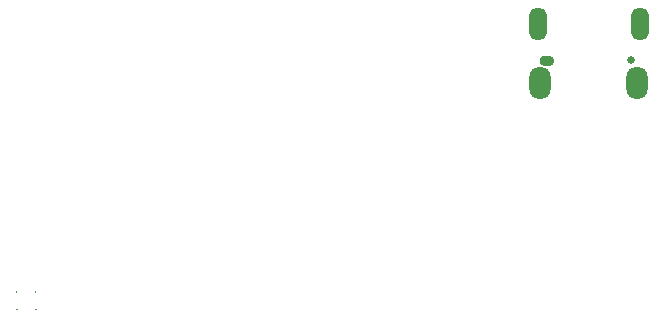
<source format=gbr>
%TF.GenerationSoftware,KiCad,Pcbnew,7.0.2*%
%TF.CreationDate,2024-06-02T17:27:24+02:00*%
%TF.ProjectId,Podgrzewacz,506f6467-727a-4657-9761-637a2e6b6963,rev?*%
%TF.SameCoordinates,Original*%
%TF.FileFunction,Soldermask,Bot*%
%TF.FilePolarity,Negative*%
%FSLAX46Y46*%
G04 Gerber Fmt 4.6, Leading zero omitted, Abs format (unit mm)*
G04 Created by KiCad (PCBNEW 7.0.2) date 2024-06-02 17:27:24*
%MOMM*%
%LPD*%
G01*
G04 APERTURE LIST*
%ADD10C,0.150000*%
%ADD11C,0.010000*%
%ADD12C,0.630000*%
%ADD13C,0.530000*%
%ADD14O,1.504000X2.804000*%
%ADD15O,1.804000X2.804000*%
G04 APERTURE END LIST*
D10*
X108200001Y-84500000D02*
G75*
G03*
X108200001Y-84500000I-1J0D01*
G01*
X109800001Y-86000000D02*
G75*
G03*
X109800001Y-86000000I-1J0D01*
G01*
X109800001Y-84500000D02*
G75*
G03*
X109800001Y-84500000I-1J0D01*
G01*
X108200001Y-86000000D02*
G75*
G03*
X108200001Y-86000000I-1J0D01*
G01*
%TO.C,J1*%
D11*
X153239000Y-64551000D02*
X153259000Y-64552000D01*
X153278000Y-64555000D01*
X153297000Y-64558000D01*
X153316000Y-64563000D01*
X153334000Y-64568000D01*
X153353000Y-64575000D01*
X153370000Y-64582000D01*
X153388000Y-64590000D01*
X153405000Y-64600000D01*
X153422000Y-64610000D01*
X153437000Y-64621000D01*
X153453000Y-64632000D01*
X153468000Y-64645000D01*
X153482000Y-64658000D01*
X153495000Y-64672000D01*
X153508000Y-64687000D01*
X153519000Y-64703000D01*
X153530000Y-64718000D01*
X153540000Y-64735000D01*
X153550000Y-64752000D01*
X153558000Y-64770000D01*
X153565000Y-64787000D01*
X153572000Y-64806000D01*
X153577000Y-64824000D01*
X153582000Y-64843000D01*
X153585000Y-64862000D01*
X153588000Y-64881000D01*
X153589000Y-64901000D01*
X153590000Y-64920000D01*
X153590000Y-64939000D01*
X153588000Y-64958000D01*
X153586000Y-64976000D01*
X153582000Y-64995000D01*
X153578000Y-65013000D01*
X153572000Y-65031000D01*
X153566000Y-65049000D01*
X153559000Y-65066000D01*
X153551000Y-65083000D01*
X153542000Y-65100000D01*
X153532000Y-65116000D01*
X153521000Y-65132000D01*
X153510000Y-65147000D01*
X153498000Y-65161000D01*
X153485000Y-65175000D01*
X153471000Y-65188000D01*
X153457000Y-65200000D01*
X153442000Y-65211000D01*
X153426000Y-65222000D01*
X153410000Y-65232000D01*
X153393000Y-65241000D01*
X153376000Y-65249000D01*
X153359000Y-65256000D01*
X153341000Y-65262000D01*
X153323000Y-65268000D01*
X153305000Y-65272000D01*
X153286000Y-65276000D01*
X153268000Y-65278000D01*
X153249000Y-65280000D01*
X153230000Y-65280000D01*
X152850000Y-65280000D01*
X152831000Y-65279000D01*
X152811000Y-65278000D01*
X152792000Y-65275000D01*
X152773000Y-65272000D01*
X152754000Y-65267000D01*
X152736000Y-65262000D01*
X152717000Y-65255000D01*
X152700000Y-65248000D01*
X152682000Y-65240000D01*
X152665000Y-65230000D01*
X152648000Y-65220000D01*
X152633000Y-65209000D01*
X152617000Y-65198000D01*
X152602000Y-65185000D01*
X152588000Y-65172000D01*
X152575000Y-65158000D01*
X152562000Y-65143000D01*
X152551000Y-65127000D01*
X152540000Y-65112000D01*
X152530000Y-65095000D01*
X152520000Y-65078000D01*
X152512000Y-65060000D01*
X152505000Y-65043000D01*
X152498000Y-65024000D01*
X152493000Y-65006000D01*
X152488000Y-64987000D01*
X152485000Y-64968000D01*
X152482000Y-64949000D01*
X152481000Y-64929000D01*
X152480000Y-64910000D01*
X152480000Y-64891000D01*
X152482000Y-64872000D01*
X152484000Y-64854000D01*
X152488000Y-64835000D01*
X152492000Y-64817000D01*
X152498000Y-64799000D01*
X152504000Y-64781000D01*
X152511000Y-64764000D01*
X152519000Y-64747000D01*
X152528000Y-64730000D01*
X152538000Y-64714000D01*
X152549000Y-64698000D01*
X152560000Y-64683000D01*
X152572000Y-64669000D01*
X152585000Y-64655000D01*
X152599000Y-64642000D01*
X152613000Y-64630000D01*
X152628000Y-64619000D01*
X152644000Y-64608000D01*
X152660000Y-64598000D01*
X152677000Y-64589000D01*
X152694000Y-64581000D01*
X152711000Y-64574000D01*
X152729000Y-64568000D01*
X152747000Y-64562000D01*
X152765000Y-64558000D01*
X152784000Y-64554000D01*
X152802000Y-64552000D01*
X152821000Y-64550000D01*
X152840000Y-64550000D01*
X153220000Y-64550000D01*
X153239000Y-64551000D01*
G36*
X153239000Y-64551000D02*
G01*
X153259000Y-64552000D01*
X153278000Y-64555000D01*
X153297000Y-64558000D01*
X153316000Y-64563000D01*
X153334000Y-64568000D01*
X153353000Y-64575000D01*
X153370000Y-64582000D01*
X153388000Y-64590000D01*
X153405000Y-64600000D01*
X153422000Y-64610000D01*
X153437000Y-64621000D01*
X153453000Y-64632000D01*
X153468000Y-64645000D01*
X153482000Y-64658000D01*
X153495000Y-64672000D01*
X153508000Y-64687000D01*
X153519000Y-64703000D01*
X153530000Y-64718000D01*
X153540000Y-64735000D01*
X153550000Y-64752000D01*
X153558000Y-64770000D01*
X153565000Y-64787000D01*
X153572000Y-64806000D01*
X153577000Y-64824000D01*
X153582000Y-64843000D01*
X153585000Y-64862000D01*
X153588000Y-64881000D01*
X153589000Y-64901000D01*
X153590000Y-64920000D01*
X153590000Y-64939000D01*
X153588000Y-64958000D01*
X153586000Y-64976000D01*
X153582000Y-64995000D01*
X153578000Y-65013000D01*
X153572000Y-65031000D01*
X153566000Y-65049000D01*
X153559000Y-65066000D01*
X153551000Y-65083000D01*
X153542000Y-65100000D01*
X153532000Y-65116000D01*
X153521000Y-65132000D01*
X153510000Y-65147000D01*
X153498000Y-65161000D01*
X153485000Y-65175000D01*
X153471000Y-65188000D01*
X153457000Y-65200000D01*
X153442000Y-65211000D01*
X153426000Y-65222000D01*
X153410000Y-65232000D01*
X153393000Y-65241000D01*
X153376000Y-65249000D01*
X153359000Y-65256000D01*
X153341000Y-65262000D01*
X153323000Y-65268000D01*
X153305000Y-65272000D01*
X153286000Y-65276000D01*
X153268000Y-65278000D01*
X153249000Y-65280000D01*
X153230000Y-65280000D01*
X152850000Y-65280000D01*
X152831000Y-65279000D01*
X152811000Y-65278000D01*
X152792000Y-65275000D01*
X152773000Y-65272000D01*
X152754000Y-65267000D01*
X152736000Y-65262000D01*
X152717000Y-65255000D01*
X152700000Y-65248000D01*
X152682000Y-65240000D01*
X152665000Y-65230000D01*
X152648000Y-65220000D01*
X152633000Y-65209000D01*
X152617000Y-65198000D01*
X152602000Y-65185000D01*
X152588000Y-65172000D01*
X152575000Y-65158000D01*
X152562000Y-65143000D01*
X152551000Y-65127000D01*
X152540000Y-65112000D01*
X152530000Y-65095000D01*
X152520000Y-65078000D01*
X152512000Y-65060000D01*
X152505000Y-65043000D01*
X152498000Y-65024000D01*
X152493000Y-65006000D01*
X152488000Y-64987000D01*
X152485000Y-64968000D01*
X152482000Y-64949000D01*
X152481000Y-64929000D01*
X152480000Y-64910000D01*
X152480000Y-64891000D01*
X152482000Y-64872000D01*
X152484000Y-64854000D01*
X152488000Y-64835000D01*
X152492000Y-64817000D01*
X152498000Y-64799000D01*
X152504000Y-64781000D01*
X152511000Y-64764000D01*
X152519000Y-64747000D01*
X152528000Y-64730000D01*
X152538000Y-64714000D01*
X152549000Y-64698000D01*
X152560000Y-64683000D01*
X152572000Y-64669000D01*
X152585000Y-64655000D01*
X152599000Y-64642000D01*
X152613000Y-64630000D01*
X152628000Y-64619000D01*
X152644000Y-64608000D01*
X152660000Y-64598000D01*
X152677000Y-64589000D01*
X152694000Y-64581000D01*
X152711000Y-64574000D01*
X152729000Y-64568000D01*
X152747000Y-64562000D01*
X152765000Y-64558000D01*
X152784000Y-64554000D01*
X152802000Y-64552000D01*
X152821000Y-64550000D01*
X152840000Y-64550000D01*
X153220000Y-64550000D01*
X153239000Y-64551000D01*
G37*
%TD*%
D12*
%TO.C,J1*%
X160220000Y-64850000D03*
D13*
X153020000Y-64915000D03*
D14*
X160940000Y-61800000D03*
X152300000Y-61800000D03*
D15*
X160750903Y-66807377D03*
X152503200Y-66850000D03*
%TD*%
M02*

</source>
